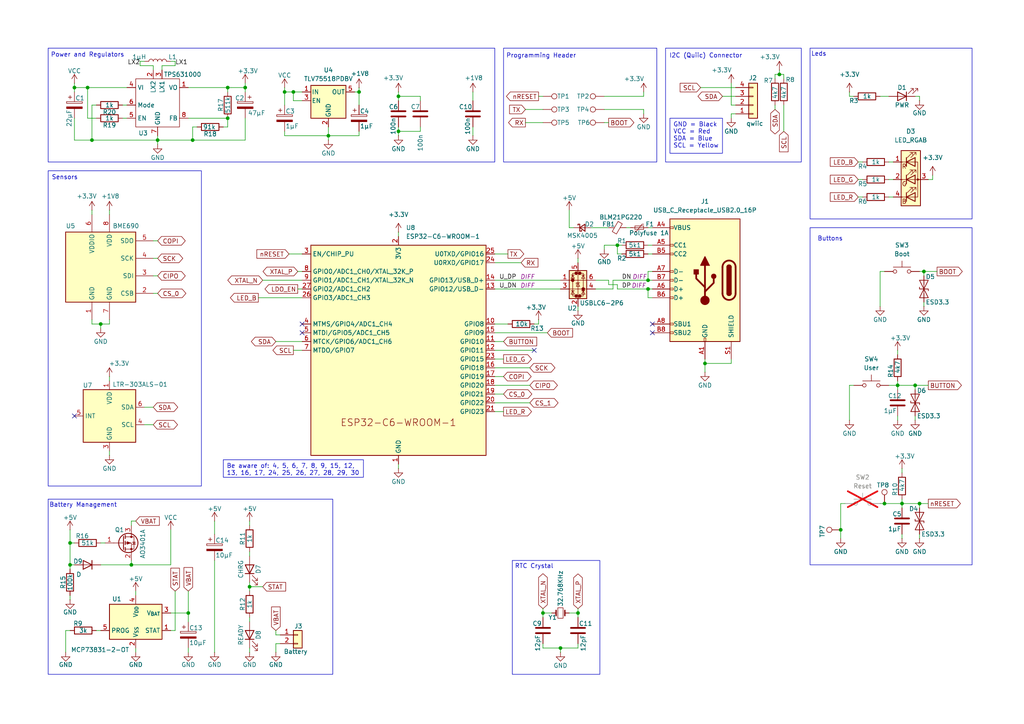
<source format=kicad_sch>
(kicad_sch (version 20250114) (generator "eeschema") (generator_version "9.0")
  (paper "A4")
  (rectangle (start 13.97 13.97) (end 143.51 46.99))
  (rectangle (start 234.95 13.97) (end 281.94 63.5))
  (rectangle (start 13.97 49.53) (end 58.42 140.97))
  (rectangle (start 193.04 13.97) (end 232.41 46.99))
  (rectangle (start 148.59 162.56) (end 173.99 195.58))
  (rectangle (start 234.95 66.04) (end 281.94 163.83))
  (rectangle (start 146.05 13.97) (end 190.5 46.99))
  (rectangle (start 13.97 144.78) (end 96.52 195.58))
  (text "Programming Header" (at 156.972 16.256 0) (effects (font (size 1.27 1.27))))
  (text "RTC Crystal" (at 154.94 164.338 0) (effects (font (size 1.27 1.27))))
  (text "Leds" (at 237.49 15.748 0) (effects (font (size 1.27 1.27))))
  (text "I2C (Quiic) Connector" (at 204.724 16.256 0) (effects (font (size 1.27 1.27))))
  (text "Battery Management" (at 24.13 146.558 0) (effects (font (size 1.27 1.27))))
  (text "Buttons" (at 240.792 69.342 0) (effects (font (size 1.27 1.27))))
  (text "Power and Regulators" (at 25.4 16.002 0) (effects (font (size 1.27 1.27))))
  (text "Sensors" (at 18.796 51.562 0) (effects (font (size 1.27 1.27))))
  (text_box "Be aware of: 4, 5, 6, 7, 8, 9, 15, 12, 13, 16, 17, 24, 25, 26, 27, 28, 29, 30" (at 64.77 133.35 0) (size 40.64 5.08) (margins 0.9525 0.9525 0.9525 0.9525) (effects (font (size 1.27 1.27)) (justify left top)))
  (text_box "GND = Black\nVCC = Red\nSDA = Blue\nSCL = Yellow" (at 194.31 34.29 0) (size 15.24 10.16) (margins 0.9525 0.9525 0.9525 0.9525) (effects (font (size 1.27 1.27)) (justify left top)))
  (junction (at 21.59 25.4))
  (junction (at 265.43 111.76))
  (junction (at 261.62 146.05))
  (junction (at 45.72 40.64))
  (junction (at 104.14 26.67))
  (junction (at 71.12 25.4))
  (junction (at 95.25 39.37))
  (junction (at 85.09 26.67))
  (junction (at 243.84 153.67))
  (junction (at 179.07 71.12))
  (junction (at 115.57 27.94))
  (junction (at 157.48 177.8))
  (junction (at 72.39 170.18))
  (junction (at 38.1 163.83))
  (junction (at 187.96 83.82))
  (junction (at 162.56 187.96))
  (junction (at 82.55 26.67))
  (junction (at 204.47 105.41))
  (junction (at 260.35 111.76))
  (junction (at 226.06 21.59))
  (junction (at 66.04 25.4))
  (junction (at 25.4 25.4))
  (junction (at 266.7 146.05))
  (junction (at 187.96 81.28))
  (junction (at 115.57 38.1))
  (junction (at 54.61 177.8))
  (junction (at 55.88 40.64))
  (junction (at 267.97 78.74))
  (junction (at 256.54 146.05))
  (junction (at 167.64 177.8))
  (junction (at 66.04 34.29))
  (junction (at 20.32 157.48))
  (junction (at 20.32 163.83))
  (junction (at 29.21 93.98))
  (junction (at 26.67 40.64))
  (no_connect (at 189.23 93.98))
  (no_connect (at 154.94 101.6))
  (no_connect (at 189.23 96.52))
  (no_connect (at 21.59 120.65))
  (no_connect (at 87.63 93.98))
  (no_connect (at 87.63 96.52))
  (wire (pts (xy 246.38 26.67) (xy 246.38 27.94)))
  (wire (pts (xy 186.69 27.94) (xy 186.69 26.67)))
  (wire (pts (xy 72.39 160.02) (xy 72.39 161.29)))
  (wire (pts (xy 266.7 146.05) (xy 266.7 147.32)))
  (wire (pts (xy 86.36 78.74) (xy 87.63 78.74)))
  (wire (pts (xy 49.53 153.67) (xy 49.53 163.83)))
  (wire (pts (xy 181.61 66.04) (xy 182.88 66.04)))
  (wire (pts (xy 20.32 172.72) (xy 20.32 173.99)))
  (wire (pts (xy 157.48 176.53) (xy 157.48 177.8)))
  (wire (pts (xy 257.81 111.76) (xy 260.35 111.76)))
  (wire (pts (xy 187.96 81.28) (xy 189.23 81.28)))
  (wire (pts (xy 104.14 25.4) (xy 104.14 26.67)))
  (wire (pts (xy 224.79 30.48) (xy 224.79 31.75)))
  (wire (pts (xy 39.37 187.96) (xy 39.37 189.23)))
  (wire (pts (xy 44.45 69.85) (xy 45.72 69.85)))
  (wire (pts (xy 227.33 22.86) (xy 227.33 21.59)))
  (wire (pts (xy 72.39 179.07) (xy 72.39 180.34)))
  (wire (pts (xy 95.25 39.37) (xy 104.14 39.37)))
  (wire (pts (xy 243.84 146.05) (xy 243.84 153.67)))
  (wire (pts (xy 35.56 30.48) (xy 36.83 30.48)))
  (wire (pts (xy 95.25 39.37) (xy 95.25 40.64)))
  (wire (pts (xy 29.21 157.48) (xy 30.48 157.48)))
  (wire (pts (xy 179.07 82.55) (xy 176.53 82.55)))
  (wire (pts (xy 167.64 186.69) (xy 167.64 187.96)))
  (wire (pts (xy 267.97 87.63) (xy 267.97 88.9)))
  (wire (pts (xy 175.26 27.94) (xy 186.69 27.94)))
  (wire (pts (xy 21.59 40.64) (xy 26.67 40.64)))
  (wire (pts (xy 179.07 83.82) (xy 179.07 82.55)))
  (wire (pts (xy 203.2 25.4) (xy 213.36 25.4)))
  (wire (pts (xy 143.51 101.6) (xy 154.94 101.6)))
  (wire (pts (xy 137.16 26.67) (xy 137.16 29.21)))
  (wire (pts (xy 49.53 177.8) (xy 54.61 177.8)))
  (wire (pts (xy 261.62 135.89) (xy 261.62 137.16)))
  (wire (pts (xy 187.96 83.82) (xy 189.23 83.82)))
  (wire (pts (xy 20.32 163.83) (xy 21.59 163.83)))
  (wire (pts (xy 266.7 27.94) (xy 266.7 29.21)))
  (wire (pts (xy 80.01 184.15) (xy 81.28 184.15)))
  (wire (pts (xy 255.27 78.74) (xy 256.54 78.74)))
  (wire (pts (xy 248.92 57.15) (xy 250.19 57.15)))
  (wire (pts (xy 265.43 27.94) (xy 266.7 27.94)))
  (wire (pts (xy 204.47 104.14) (xy 204.47 105.41)))
  (wire (pts (xy 72.39 187.96) (xy 72.39 189.23)))
  (wire (pts (xy 71.12 24.13) (xy 71.12 25.4)))
  (wire (pts (xy 180.34 73.66) (xy 179.07 73.66)))
  (wire (pts (xy 54.61 34.29) (xy 66.04 34.29)))
  (wire (pts (xy 45.72 39.37) (xy 45.72 40.64)))
  (wire (pts (xy 21.59 25.4) (xy 21.59 26.67)))
  (wire (pts (xy 261.62 144.78) (xy 261.62 146.05)))
  (wire (pts (xy 156.21 93.98) (xy 156.21 92.71)))
  (wire (pts (xy 20.32 163.83) (xy 20.32 165.1)))
  (wire (pts (xy 175.26 71.12) (xy 175.26 72.39)))
  (wire (pts (xy 246.38 111.76) (xy 246.38 121.92)))
  (wire (pts (xy 255.27 146.05) (xy 256.54 146.05)))
  (wire (pts (xy 165.1 66.04) (xy 166.37 66.04)))
  (wire (pts (xy 44.45 118.11) (xy 41.91 118.11)))
  (wire (pts (xy 156.21 27.94) (xy 157.48 27.94)))
  (wire (pts (xy 270.51 52.07) (xy 270.51 50.8)))
  (wire (pts (xy 152.4 35.56) (xy 157.48 35.56)))
  (wire (pts (xy 212.09 33.02) (xy 213.36 33.02)))
  (wire (pts (xy 265.43 120.65) (xy 265.43 121.92)))
  (wire (pts (xy 85.09 29.21) (xy 85.09 26.67)))
  (wire (pts (xy 255.27 27.94) (xy 257.81 27.94)))
  (wire (pts (xy 54.61 25.4) (xy 66.04 25.4)))
  (wire (pts (xy 146.05 109.22) (xy 143.51 109.22)))
  (wire (pts (xy 261.62 146.05) (xy 266.7 146.05)))
  (wire (pts (xy 257.81 52.07) (xy 259.08 52.07)))
  (wire (pts (xy 71.12 25.4) (xy 71.12 26.67)))
  (wire (pts (xy 165.1 60.96) (xy 165.1 66.04)))
  (wire (pts (xy 261.62 154.94) (xy 261.62 156.21)))
  (wire (pts (xy 209.55 27.94) (xy 213.36 27.94)))
  (wire (pts (xy 44.45 123.19) (xy 41.91 123.19)))
  (wire (pts (xy 243.84 146.05) (xy 245.11 146.05)))
  (wire (pts (xy 39.37 171.45) (xy 39.37 172.72)))
  (wire (pts (xy 115.57 27.94) (xy 115.57 29.21)))
  (wire (pts (xy 224.79 21.59) (xy 224.79 22.86)))
  (wire (pts (xy 83.82 73.66) (xy 87.63 73.66)))
  (wire (pts (xy 21.59 25.4) (xy 21.59 24.13)))
  (wire (pts (xy 115.57 36.83) (xy 115.57 38.1)))
  (wire (pts (xy 151.13 76.2) (xy 143.51 76.2)))
  (wire (pts (xy 212.09 34.29) (xy 212.09 33.02)))
  (wire (pts (xy 260.35 111.76) (xy 260.35 113.03)))
  (wire (pts (xy 269.24 52.07) (xy 270.51 52.07)))
  (wire (pts (xy 204.47 105.41) (xy 204.47 107.95)))
  (wire (pts (xy 44.45 85.09) (xy 45.72 85.09)))
  (wire (pts (xy 27.94 182.88) (xy 29.21 182.88)))
  (wire (pts (xy 247.65 27.94) (xy 246.38 27.94)))
  (wire (pts (xy 25.4 25.4) (xy 36.83 25.4)))
  (wire (pts (xy 257.81 57.15) (xy 259.08 57.15)))
  (wire (pts (xy 26.67 40.64) (xy 45.72 40.64)))
  (wire (pts (xy 165.1 177.8) (xy 167.64 177.8)))
  (wire (pts (xy 255.27 78.74) (xy 255.27 88.9)))
  (wire (pts (xy 157.48 186.69) (xy 157.48 187.96)))
  (wire (pts (xy 187.96 83.82) (xy 179.07 83.82)))
  (wire (pts (xy 152.4 31.75) (xy 157.48 31.75)))
  (wire (pts (xy 50.8 182.88) (xy 49.53 182.88)))
  (wire (pts (xy 31.75 109.22) (xy 31.75 110.49)))
  (wire (pts (xy 95.25 36.83) (xy 95.25 39.37)))
  (wire (pts (xy 266.7 154.94) (xy 266.7 156.21)))
  (wire (pts (xy 66.04 25.4) (xy 66.04 26.67)))
  (wire (pts (xy 267.97 78.74) (xy 267.97 80.01)))
  (wire (pts (xy 19.05 182.88) (xy 19.05 189.23)))
  (wire (pts (xy 167.64 88.9) (xy 167.64 90.17)))
  (wire (pts (xy 82.55 26.67) (xy 82.55 30.48)))
  (wire (pts (xy 44.45 19.05) (xy 40.64 19.05)))
  (wire (pts (xy 76.2 81.28) (xy 87.63 81.28)))
  (wire (pts (xy 121.92 27.94) (xy 121.92 29.21)))
  (wire (pts (xy 44.45 80.01) (xy 45.72 80.01)))
  (wire (pts (xy 82.55 39.37) (xy 95.25 39.37)))
  (wire (pts (xy 44.45 74.93) (xy 45.72 74.93)))
  (wire (pts (xy 20.32 182.88) (xy 19.05 182.88)))
  (wire (pts (xy 26.67 93.98) (xy 29.21 93.98)))
  (wire (pts (xy 102.87 26.67) (xy 104.14 26.67)))
  (wire (pts (xy 57.15 36.83) (xy 55.88 36.83)))
  (wire (pts (xy 104.14 39.37) (xy 104.14 38.1)))
  (wire (pts (xy 71.12 34.29) (xy 71.12 40.64)))
  (wire (pts (xy 35.56 34.29) (xy 36.83 34.29)))
  (wire (pts (xy 147.32 93.98) (xy 143.51 93.98)))
  (wire (pts (xy 143.51 83.82) (xy 162.56 83.82)))
  (wire (pts (xy 167.64 177.8) (xy 167.64 179.07)))
  (wire (pts (xy 167.64 176.53) (xy 167.64 177.8)))
  (wire (pts (xy 21.59 34.29) (xy 21.59 40.64)))
  (wire (pts (xy 172.72 83.82) (xy 177.8 83.82)))
  (wire (pts (xy 187.96 71.12) (xy 189.23 71.12)))
  (wire (pts (xy 72.39 170.18) (xy 72.39 171.45)))
  (wire (pts (xy 171.45 66.04) (xy 176.53 66.04)))
  (wire (pts (xy 266.7 78.74) (xy 267.97 78.74)))
  (wire (pts (xy 50.8 171.45) (xy 50.8 182.88)))
  (wire (pts (xy 157.48 177.8) (xy 157.48 179.07)))
  (wire (pts (xy 115.57 26.67) (xy 115.57 27.94)))
  (wire (pts (xy 50.8 19.05) (xy 50.8 17.78)))
  (wire (pts (xy 212.09 105.41) (xy 204.47 105.41)))
  (wire (pts (xy 257.81 46.99) (xy 259.08 46.99)))
  (wire (pts (xy 260.35 111.76) (xy 265.43 111.76)))
  (wire (pts (xy 39.37 151.13) (xy 38.1 151.13)))
  (wire (pts (xy 31.75 60.96) (xy 31.75 62.23)))
  (wire (pts (xy 179.07 73.66) (xy 179.07 71.12)))
  (wire (pts (xy 72.39 151.13) (xy 72.39 152.4)))
  (wire (pts (xy 20.32 153.67) (xy 20.32 157.48)))
  (wire (pts (xy 25.4 25.4) (xy 25.4 34.29)))
  (wire (pts (xy 189.23 86.36) (xy 187.96 86.36)))
  (wire (pts (xy 25.4 25.4) (xy 21.59 25.4)))
  (wire (pts (xy 265.43 111.76) (xy 269.24 111.76)))
  (wire (pts (xy 121.92 36.83) (xy 121.92 38.1)))
  (wire (pts (xy 27.94 30.48) (xy 26.67 30.48)))
  (wire (pts (xy 260.35 110.49) (xy 260.35 111.76)))
  (wire (pts (xy 167.64 74.93) (xy 167.64 76.2)))
  (wire (pts (xy 143.51 104.14) (xy 146.05 104.14)))
  (wire (pts (xy 175.26 35.56) (xy 176.53 35.56)))
  (wire (pts (xy 189.23 78.74) (xy 187.96 78.74)))
  (wire (pts (xy 20.32 157.48) (xy 20.32 163.83)))
  (wire (pts (xy 46.99 19.05) (xy 50.8 19.05)))
  (wire (pts (xy 153.67 106.68) (xy 143.51 106.68)))
  (wire (pts (xy 266.7 146.05) (xy 269.24 146.05)))
  (wire (pts (xy 154.94 93.98) (xy 156.21 93.98)))
  (wire (pts (xy 248.92 46.99) (xy 250.19 46.99)))
  (wire (pts (xy 74.93 86.36) (xy 87.63 86.36)))
  (wire (pts (xy 186.69 31.75) (xy 186.69 33.02)))
  (wire (pts (xy 38.1 151.13) (xy 38.1 152.4)))
  (wire (pts (xy 29.21 163.83) (xy 38.1 163.83)))
  (wire (pts (xy 81.28 186.69) (xy 80.01 186.69)))
  (wire (pts (xy 66.04 36.83) (xy 66.04 34.29)))
  (wire (pts (xy 26.67 60.96) (xy 26.67 62.23)))
  (wire (pts (xy 260.35 101.6) (xy 260.35 102.87)))
  (wire (pts (xy 80.01 99.06) (xy 87.63 99.06)))
  (wire (pts (xy 187.96 83.82) (xy 187.96 86.36)))
  (wire (pts (xy 179.07 71.12) (xy 175.26 71.12)))
  (wire (pts (xy 115.57 27.94) (xy 121.92 27.94)))
  (wire (pts (xy 40.64 17.78) (xy 41.91 17.78)))
  (wire (pts (xy 80.01 182.88) (xy 80.01 184.15)))
  (wire (pts (xy 55.88 40.64) (xy 45.72 40.64)))
  (wire (pts (xy 176.53 82.55) (xy 176.53 81.28)))
  (wire (pts (xy 86.36 83.82) (xy 87.63 83.82)))
  (wire (pts (xy 26.67 92.71) (xy 26.67 93.98)))
  (wire (pts (xy 40.64 19.05) (xy 40.64 17.78)))
  (wire (pts (xy 82.55 38.1) (xy 82.55 39.37)))
  (wire (pts (xy 31.75 92.71) (xy 31.75 93.98)))
  (wire (pts (xy 187.96 81.28) (xy 177.8 81.28)))
  (wire (pts (xy 162.56 187.96) (xy 162.56 189.23)))
  (wire (pts (xy 38.1 163.83) (xy 49.53 163.83)))
  (wire (pts (xy 212.09 30.48) (xy 212.09 24.13)))
  (wire (pts (xy 71.12 40.64) (xy 55.88 40.64)))
  (wire (pts (xy 104.14 26.67) (xy 104.14 30.48)))
  (wire (pts (xy 158.75 96.52) (xy 143.51 96.52)))
  (wire (pts (xy 27.94 34.29) (xy 25.4 34.29)))
  (wire (pts (xy 267.97 78.74) (xy 271.78 78.74)))
  (wire (pts (xy 115.57 134.62) (xy 115.57 135.89)))
  (wire (pts (xy 54.61 171.45) (xy 54.61 177.8)))
  (wire (pts (xy 66.04 25.4) (xy 71.12 25.4)))
  (wire (pts (xy 64.77 36.83) (xy 66.04 36.83)))
  (wire (pts (xy 115.57 38.1) (xy 115.57 39.37)))
  (wire (pts (xy 55.88 36.83) (xy 55.88 40.64)))
  (wire (pts (xy 153.67 116.84) (xy 143.51 116.84)))
  (wire (pts (xy 44.45 20.32) (xy 44.45 19.05)))
  (wire (pts (xy 29.21 93.98) (xy 31.75 93.98)))
  (wire (pts (xy 146.05 114.3) (xy 143.51 114.3)))
  (wire (pts (xy 153.67 111.76) (xy 143.51 111.76)))
  (wire (pts (xy 26.67 30.48) (xy 26.67 40.64)))
  (wire (pts (xy 226.06 21.59) (xy 224.79 21.59)))
  (wire (pts (xy 162.56 187.96) (xy 167.64 187.96)))
  (wire (pts (xy 20.32 157.48) (xy 21.59 157.48)))
  (wire (pts (xy 115.57 38.1) (xy 121.92 38.1)))
  (wire (pts (xy 38.1 162.56) (xy 38.1 163.83)))
  (wire (pts (xy 143.51 99.06) (xy 146.05 99.06)))
  (wire (pts (xy 265.43 111.76) (xy 265.43 113.03)))
  (wire (pts (xy 137.16 36.83) (xy 137.16 39.37)))
  (wire (pts (xy 54.61 177.8) (xy 54.61 180.34)))
  (wire (pts (xy 260.35 120.65) (xy 260.35 121.92)))
  (wire (pts (xy 143.51 81.28) (xy 162.56 81.28)))
  (wire (pts (xy 261.62 146.05) (xy 261.62 147.32)))
  (wire (pts (xy 172.72 81.28) (xy 176.53 81.28)))
  (wire (pts (xy 157.48 177.8) (xy 160.02 177.8)))
  (wire (pts (xy 85.09 26.67) (xy 87.63 26.67)))
  (wire (pts (xy 85.09 101.6) (xy 87.63 101.6)))
  (wire (pts (xy 62.23 162.56) (xy 62.23 189.23)))
  (wire (pts (xy 82.55 26.67) (xy 85.09 26.67)))
  (wire (pts (xy 226.06 20.32) (xy 226.06 21.59)))
  (wire (pts (xy 54.61 187.96) (xy 54.61 189.23)))
  (wire (pts (xy 82.55 25.4) (xy 82.55 26.67)))
  (wire (pts (xy 85.09 29.21) (xy 87.63 29.21)))
  (wire (pts (xy 248.92 52.07) (xy 250.19 52.07)))
  (wire (pts (xy 115.57 67.31) (xy 115.57 68.58)))
  (wire (pts (xy 227.33 30.48) (xy 227.33 38.1)))
  (wire (pts (xy 72.39 168.91) (xy 72.39 170.18)))
  (wire (pts (xy 29.21 93.98) (xy 29.21 95.25)))
  (wire (pts (xy 46.99 20.32) (xy 46.99 19.05)))
  (wire (pts (xy 49.53 17.78) (xy 50.8 17.78)))
  (wire (pts (xy 187.96 73.66) (xy 189.23 73.66)))
  (wire (pts (xy 187.96 66.04) (xy 189.23 66.04)))
  (wire (pts (xy 45.72 40.64) (xy 45.72 41.91)))
  (wire (pts (xy 227.33 21.59) (xy 226.06 21.59)))
  (wire (pts (xy 31.75 130.81) (xy 31.75 132.08)))
  (wire (pts (xy 147.32 73.66) (xy 143.51 73.66)))
  (wire (pts (xy 175.26 31.75) (xy 186.69 31.75)))
  (wire (pts (xy 62.23 151.13) (xy 62.23 154.94)))
  (wire (pts (xy 187.96 78.74) (xy 187.96 81.28)))
  (wire (pts (xy 177.8 81.28) (xy 177.8 83.82)))
  (wire (pts (xy 80.01 186.69) (xy 80.01 189.23)))
  (wire (pts (xy 256.54 146.05) (xy 261.62 146.05)))
  (wire (pts (xy 146.05 119.38) (xy 143.51 119.38)))
  (wire (pts (xy 179.07 71.12) (xy 180.34 71.12)))
  (wire (pts (xy 72.39 170.18) (xy 76.2 170.18)))
  (wire (pts (xy 157.48 187.96) (xy 162.56 187.96)))
  (wire (pts (xy 246.38 111.76) (xy 247.65 111.76)))
  (wire (pts (xy 213.36 30.48) (xy 212.09 30.48)))
  (wire (pts (xy 212.09 104.14) (xy 212.09 105.41)))
  (wire (pts (xy 243.84 153.67) (xy 243.84 156.21)))
  (label "LX1" (at 50.8 19.05 0))
  (label "U_DP" (at 144.78 81.28 0) (property "Netclass" "DIFF" (at 150.876 80.264 0) (effects (font (italic yes)) (justify left))))
  (label "DP" (at 180.34 83.82 0) (property "Netclass" "DIFF" (at 183.134 82.804 0) (effects (font (italic yes)) (justify left))))
  (label "DN" (at 180.34 81.28 0) (property "Netclass" "DIFF" (at 183.388 80.264 0) (effects (font (italic yes)) (justify left))))
  (label "LX2" (at 40.64 19.05 180))
  (label "U_DN" (at 144.78 83.82 0) (property "Netclass" "DIFF" (at 150.876 82.804 0) (effects (font (italic yes)) (justify left))))
  (global_label "LED_B" (shape input) (at 248.92 46.99 180) (property "Intersheetrefs" "${INTERSHEET_REFS}" (effects (hide yes))))
  (global_label "BOOT" (shape output) (at 176.53 35.56 0) (property "Intersheetrefs" "${INTERSHEET_REFS}" (effects (hide yes))))
  (global_label "SDA" (shape bidirectional) (at 80.01 99.06 180) (property "Intersheetrefs" "${INTERSHEET_REFS}" (effects (hide yes))))
  (global_label "LED_R" (shape input) (at 248.92 57.15 180) (property "Intersheetrefs" "${INTERSHEET_REFS}" (effects (hide yes))))
  (global_label "nRESET" (shape output) (at 156.21 27.94 180) (property "Intersheetrefs" "${INTERSHEET_REFS}" (effects (hide yes))))
  (global_label "TX" (shape input) (at 152.4 31.75 180) (property "Intersheetrefs" "${INTERSHEET_REFS}" (effects (hide yes))))
  (global_label "COPI" (shape bidirectional) (at 146.05 109.22 0) (property "Intersheetrefs" "${INTERSHEET_REFS}" (effects (hide yes))))
  (global_label "nRESET" (shape output) (at 269.24 146.05 0) (property "Intersheetrefs" "${INTERSHEET_REFS}" (effects (hide yes))))
  (global_label "LDO_EN" (shape output) (at 86.36 83.82 180) (property "Intersheetrefs" "${INTERSHEET_REFS}" (effects (hide yes))))
  (global_label "LED_R" (shape output) (at 146.05 119.38 0) (property "Intersheetrefs" "${INTERSHEET_REFS}" (effects (hide yes))))
  (global_label "CS_0" (shape bidirectional) (at 146.05 114.3 0) (property "Intersheetrefs" "${INTERSHEET_REFS}" (effects (hide yes))))
  (global_label "RX" (shape input) (at 151.13 76.2 0) (property "Intersheetrefs" "${INTERSHEET_REFS}" (effects (hide yes))))
  (global_label "XTAL_P" (shape bidirectional) (at 167.64 176.53 90) (property "Intersheetrefs" "${INTERSHEET_REFS}" (effects (hide yes))))
  (global_label "VBAT" (shape input) (at 39.37 151.13 0) (property "Intersheetrefs" "${INTERSHEET_REFS}" (effects (hide yes))))
  (global_label "BOOT" (shape input) (at 158.75 96.52 0) (property "Intersheetrefs" "${INTERSHEET_REFS}" (effects (hide yes))))
  (global_label "CIPO" (shape bidirectional) (at 153.67 111.76 0) (property "Intersheetrefs" "${INTERSHEET_REFS}" (effects (hide yes))))
  (global_label "BUTTON" (shape input) (at 146.05 99.06 0) (property "Intersheetrefs" "${INTERSHEET_REFS}" (effects (hide yes))))
  (global_label "BOOT" (shape output) (at 271.78 78.74 0) (property "Intersheetrefs" "${INTERSHEET_REFS}" (effects (hide yes))))
  (global_label "SCL" (shape input) (at 203.2 25.4 180) (property "Intersheetrefs" "${INTERSHEET_REFS}" (effects (hide yes))))
  (global_label "XTAL_P" (shape bidirectional) (at 86.36 78.74 180) (property "Intersheetrefs" "${INTERSHEET_REFS}" (effects (hide yes))))
  (global_label "VBAT" (shape input) (at 54.61 171.45 90) (property "Intersheetrefs" "${INTERSHEET_REFS}" (effects (hide yes))))
  (global_label "XTAL_N" (shape bidirectional) (at 157.48 176.53 90) (property "Intersheetrefs" "${INTERSHEET_REFS}" (effects (hide yes))))
  (global_label "SDA" (shape bidirectional) (at 209.55 27.94 180) (property "Intersheetrefs" "${INTERSHEET_REFS}" (effects (hide yes))))
  (global_label "LED_B" (shape output) (at 74.93 86.36 180) (property "Intersheetrefs" "${INTERSHEET_REFS}" (effects (hide yes))))
  (global_label "CS_1" (shape bidirectional) (at 153.67 116.84 0) (property "Intersheetrefs" "${INTERSHEET_REFS}" (effects (hide yes))))
  (global_label "LED_G" (shape output) (at 146.05 104.14 0) (property "Intersheetrefs" "${INTERSHEET_REFS}" (effects (hide yes))))
  (global_label "STAT" (shape input) (at 76.2 170.18 0) (property "Intersheetrefs" "${INTERSHEET_REFS}" (effects (hide yes))))
  (global_label "SCK" (shape bidirectional) (at 45.72 74.93 0) (property "Intersheetrefs" "${INTERSHEET_REFS}" (effects (hide yes))))
  (global_label "RX" (shape output) (at 152.4 35.56 180) (property "Intersheetrefs" "${INTERSHEET_REFS}" (effects (hide yes))))
  (global_label "CIPO" (shape bidirectional) (at 45.72 80.01 0) (property "Intersheetrefs" "${INTERSHEET_REFS}" (effects (hide yes))))
  (global_label "SDA" (shape bidirectional) (at 224.79 31.75 270) (property "Intersheetrefs" "${INTERSHEET_REFS}" (effects (hide yes))))
  (global_label "SCL" (shape bidirectional) (at 44.45 123.19 0) (property "Intersheetrefs" "${INTERSHEET_REFS}" (effects (hide yes))))
  (global_label "SDA" (shape bidirectional) (at 44.45 118.11 0) (property "Intersheetrefs" "${INTERSHEET_REFS}" (effects (hide yes))))
  (global_label "VBAT" (shape input) (at 80.01 182.88 90) (property "Intersheetrefs" "${INTERSHEET_REFS}" (effects (hide yes))))
  (global_label "STAT" (shape input) (at 50.8 171.45 90) (property "Intersheetrefs" "${INTERSHEET_REFS}" (effects (hide yes))))
  (global_label "SCK" (shape bidirectional) (at 153.67 106.68 0) (property "Intersheetrefs" "${INTERSHEET_REFS}" (effects (hide yes))))
  (global_label "BUTTON" (shape output) (at 269.24 111.76 0) (property "Intersheetrefs" "${INTERSHEET_REFS}" (effects (hide yes))))
  (global_label "CS_0" (shape bidirectional) (at 45.72 85.09 0) (property "Intersheetrefs" "${INTERSHEET_REFS}" (effects (hide yes))))
  (global_label "nRESET" (shape input) (at 83.82 73.66 180) (property "Intersheetrefs" "${INTERSHEET_REFS}" (effects (hide yes))))
  (global_label "LED_G" (shape input) (at 248.92 52.07 180) (property "Intersheetrefs" "${INTERSHEET_REFS}" (effects (hide yes))))
  (global_label "XTAL_N" (shape bidirectional) (at 76.2 81.28 180) (property "Intersheetrefs" "${INTERSHEET_REFS}" (effects (hide yes))))
  (global_label "SCL" (shape output) (at 85.09 101.6 180) (property "Intersheetrefs" "${INTERSHEET_REFS}" (effects (hide yes))))
  (global_label "TX" (shape output) (at 147.32 73.66 0) (property "Intersheetrefs" "${INTERSHEET_REFS}" (effects (hide yes))))
  (global_label "COPI" (shape bidirectional) (at 45.72 69.85 0) (property "Intersheetrefs" "${INTERSHEET_REFS}" (effects (hide yes))))
  (global_label "SCL" (shape input) (at 227.33 38.1 270) (property "Intersheetrefs" "${INTERSHEET_REFS}" (effects (hide yes))))
  (symbol (lib_id "power:+3.3V") (at 26.67 60.96 0) (unit 1)
    (property "Reference" "#PWR016" (effects (hide yes)))
    (property "Value" "+3.3V" (at 25.146 56.896 0))
    (property "Description" "Power symbol creates a global label with name \"+3.3V\"" (effects (hide yes)))
  )
  (symbol (lib_id "Device:C") (at 260.35 116.84 0) (unit 1)
    (property "Reference" "C12" (at 257.556 114.808 0) (effects (justify left)))
    (property "Value" "1µF" (at 256.286 119.126 0) (effects (justify left)))
    (property "Footprint" "Capacitor_SMD:C_0402_1005Metric" (effects (hide yes)))
    (property "Description" "Unpolarized capacitor" (effects (hide yes)))
  )
  (symbol (lib_id "Device:R") (at 184.15 71.12 90) (unit 1)
    (property "Reference" "R1" (at 180.34 69.85 90))
    (property "Value" "5k1" (at 184.15 71.12 90))
    (property "Footprint" "Resistor_SMD:R_0402_1005Metric" (effects (hide yes)))
    (property "Description" "Resistor" (effects (hide yes)))
  )
  (symbol (lib_id "power:GND") (at 212.09 34.29 0) (unit 1)
    (property "Reference" "#PWR03" (effects (hide yes)))
    (property "Value" "GND" (at 212.09 38.1 0))
    (property "Description" "Power symbol creates a global label with name \"GND\" , ground" (effects (hide yes)))
  )
  (symbol (lib_id "power:GND") (at 115.57 135.89 0) (unit 1)
    (property "Reference" "#PWR06" (effects (hide yes)))
    (property "Value" "GND" (at 115.57 139.7 0))
    (property "Description" "Power symbol creates a global label with name \"GND\" , ground" (effects (hide yes)))
  )
  (symbol (lib_id "Connector_Generic:Conn_01x02") (at 86.36 184.15 0) (unit 1)
    (property "Reference" "J3" (at 85.344 181.61 0) (effects (justify left)))
    (property "Value" "Battery" (at 82.296 188.976 0) (effects (justify left)))
    (property "Footprint" "Connector_JST:JST_PH_S2B-PH-K_1x02_P2.00mm_Horizontal" (effects (hide yes)))
    (property "Description" "Generic connector, single row, 01x02, script generated (kicad-library-utils/schlib/autogen/connector/)" (effects (hide yes)))
  )
  (symbol (lib_id "power:GND") (at 20.32 173.99 0) (unit 1)
    (property "Reference" "#PWR057" (effects (hide yes)))
    (property "Value" "GND" (at 20.32 177.546 0))
    (property "Description" "Power symbol creates a global label with name \"GND\" , ground" (effects (hide yes)))
  )
  (symbol (lib_id "Device:LED") (at 72.39 165.1 90) (unit 1)
    (property "Reference" "D7" (at 74.93 165.1 0))
    (property "Value" "CHRG" (at 69.85 165.1 0))
    (property "Footprint" "LED_SMD:LED_0402_1005Metric" (effects (hide yes)))
    (property "Description" "Light emitting diode" (effects (hide yes)))
    (property "Sim.Pins" "1=K 2=A" (effects (hide yes)))
  )
  (symbol (lib_id "Device:R") (at 227.33 26.67 0) (unit 1)
    (property "Reference" "R8" (at 227.838 23.114 0) (effects (justify left)))
    (property "Value" "4k7" (at 227.33 28.702 90) (effects (justify left)))
    (property "Footprint" "Resistor_SMD:R_0402_1005Metric" (effects (hide yes)))
    (property "Description" "Resistor" (effects (hide yes)))
  )
  (symbol (lib_id "Device:R") (at 72.39 156.21 0) (unit 1)
    (property "Reference" "R11" (at 70.358 156.21 90))
    (property "Value" "1k" (at 72.39 156.21 90))
    (property "Footprint" "Resistor_SMD:R_0402_1005Metric" (effects (hide yes)))
    (property "Description" "Resistor" (effects (hide yes)))
  )
  (symbol (lib_id "Device:Crystal_Small") (at 162.56 177.8 0) (unit 1)
    (property "Reference" "Y1" (at 160.274 179.07 0))
    (property "Value" "32.768KHz" (at 162.56 170.688 90))
    (property "Footprint" "Crystal:Crystal_SMD_3215-2Pin_3.2x1.5mm" (effects (hide yes)))
    (property "Description" "Two pin crystal, small symbol" (effects (hide yes)))
  )
  (symbol (lib_id "Device:R") (at 31.75 30.48 90) (unit 1)
    (property "Reference" "R20" (at 31.75 32.512 90))
    (property "Value" "1k" (at 31.75 30.48 90))
    (property "Footprint" "Resistor_SMD:R_0402_1005Metric" (effects (hide yes)))
    (property "Description" "Resistor" (effects (hide yes)))
  )
  (symbol (lib_id "Device:C_Polarized") (at 54.61 184.15 0) (unit 1)
    (property "Reference" "C13" (at 54.864 182.118 0) (effects (justify left)))
    (property "Value" "10µF" (at 54.864 186.436 0) (effects (justify left)))
    (property "Footprint" "Capacitor_SMD:C_0603_1608Metric" (effects (hide yes)))
    (property "Description" "Polarized capacitor" (effects (hide yes)))
  )
  (symbol (lib_id "Device:C") (at 121.92 33.02 0) (unit 1)
    (property "Reference" "C7" (at 119.126 30.988 0) (effects (justify left)))
    (property "Value" "100n" (at 121.92 43.942 90) (effects (justify left)))
    (property "Footprint" "Capacitor_SMD:C_0402_1005Metric" (effects (hide yes)))
    (property "Description" "Unpolarized capacitor" (effects (hide yes)))
  )
  (symbol (lib_id "Regulator_Linear:TLV75512PDBV") (at 95.25 29.21 0) (unit 1)
    (property "Reference" "U4" (at 95.25 20.32 0))
    (property "Value" "TLV75518PDBV" (at 95.25 22.86 0))
    (property "Footprint" "Package_TO_SOT_SMD:SOT-23-5" (effects (hide yes)))
    (property "Datasheet" "http://www.ti.com/lit/ds/symlink/tlv755p.pdf" (effects (hide yes)))
    (property "Description" "500mA Low IQ Small Size Low Dropout Voltage Regulator, Fixed Output 1.2V, SOT-23-5" (effects (hide yes)))
  )
  (symbol (lib_id "power:GND") (at 45.72 41.91 0) (unit 1)
    (property "Reference" "#PWR08" (effects (hide yes)))
    (property "Value" "GND" (at 45.72 45.72 0))
    (property "Description" "Power symbol creates a global label with name \"GND\" , ground" (effects (hide yes)))
  )
  (symbol (lib_id "Sensor:BME280") (at 29.21 77.47 0) (unit 1)
    (property "Reference" "U5" (at 21.844 65.532 0) (effects (justify right)))
    (property "Value" "BME690" (at 40.386 65.532 0) (effects (justify right)))
    (property "Footprint" "Package_LGA:Bosch_LGA-8_2.5x2.5mm_P0.65mm_ClockwisePinNumbering" (effects (hide yes)))
    (property "Datasheet" "https://www.bosch-sensortec.com/media/boschsensortec/downloads/datasheets/bst-bme280-ds002.pdf" (effects (hide yes)))
    (property "Description" "3-in-1 sensor, humidity, pressure, temperature, I2C and SPI interface, 1.71-3.6V, LGA-8" (effects (hide yes)))
  )
  (symbol (lib_id "Device:C") (at 115.57 33.02 0) (unit 1)
    (property "Reference" "C6" (at 112.776 30.988 0) (effects (justify left)))
    (property "Value" "100n" (at 114.046 39.116 90) (effects (justify left)))
    (property "Footprint" "Capacitor_SMD:C_0402_1005Metric" (effects (hide yes)))
    (property "Description" "Unpolarized capacitor" (effects (hide yes)))
  )
  (symbol (lib_id "Device:C_Polarized") (at 71.12 30.48 0) (mirror y) (unit 1)
    (property "Reference" "C2" (at 70.866 28.448 0) (effects (justify left)))
    (property "Value" "47µF" (at 76.962 32.766 0) (effects (justify left)))
    (property "Footprint" "Capacitor_SMD:C_0603_1608Metric" (effects (hide yes)))
    (property "Description" "Polarized capacitor" (effects (hide yes)))
  )
  (symbol (lib_id "power:GND") (at 261.62 156.21 0) (unit 1)
    (property "Reference" "#PWR031" (effects (hide yes)))
    (property "Value" "GND" (at 261.62 160.02 0))
    (property "Description" "Power symbol creates a global label with name \"GND\" , ground" (effects (hide yes)))
  )
  (symbol (lib_id "power:GND") (at 267.97 88.9 0) (unit 1)
    (property "Reference" "#PWR042" (effects (hide yes)))
    (property "Value" "GND" (at 267.97 92.71 0))
    (property "Description" "Power symbol creates a global label with name \"GND\" , ground" (effects (hide yes)))
  )
  (symbol (lib_id "Device:D") (at 25.4 163.83 180) (unit 1)
    (property "Reference" "D9" (at 22.606 162.814 0))
    (property "Value" "D" (at 22.86 166.624 0))
    (property "Footprint" "Diode_SMD:D_SOD-523" (effects (hide yes)))
    (property "Description" "Diode" (effects (hide yes)))
    (property "Sim.Device" "D" (effects (hide yes)))
    (property "Sim.Pins" "1=K 2=A" (effects (hide yes)))
  )
  (symbol (lib_id "power:GND") (at 31.75 132.08 0) (mirror y) (unit 1)
    (property "Reference" "#PWR026" (effects (hide yes)))
    (property "Value" "GND" (at 31.75 135.89 0))
    (property "Description" "Power symbol creates a global label with name \"GND\" , ground" (effects (hide yes)))
  )
  (symbol (lib_id "power:GND") (at 266.7 29.21 0) (unit 1)
    (property "Reference" "#PWR011" (effects (hide yes)))
    (property "Value" "GND" (at 266.7 32.766 0))
    (property "Description" "Power symbol creates a global label with name \"GND\" , ground" (effects (hide yes)))
  )
  (symbol (lib_id "Device:R") (at 224.79 26.67 0) (unit 1)
    (property "Reference" "R7" (at 221.488 23.368 0) (effects (justify left)))
    (property "Value" "4k7" (at 224.79 28.702 90) (effects (justify left)))
    (property "Footprint" "Resistor_SMD:R_0402_1005Metric" (effects (hide yes)))
    (property "Description" "Resistor" (effects (hide yes)))
  )
  (symbol (lib_id "Device:R") (at 184.15 73.66 90) (unit 1)
    (property "Reference" "R2" (at 180.34 74.93 90))
    (property "Value" "5k1" (at 184.15 73.66 90))
    (property "Footprint" "Resistor_SMD:R_0402_1005Metric" (effects (hide yes)))
    (property "Description" "Resistor" (effects (hide yes)))
  )
  (symbol (lib_id "Device:R") (at 60.96 36.83 90) (unit 1)
    (property "Reference" "R18" (at 60.96 38.862 90))
    (property "Value" "91k" (at 60.706 36.83 90))
    (property "Footprint" "Resistor_SMD:R_0402_1005Metric" (effects (hide yes)))
    (property "Description" "Resistor" (effects (hide yes)))
  )
  (symbol (lib_id "power:+3.3V") (at 270.51 50.8 0) (unit 1)
    (property "Reference" "#PWR015" (effects (hide yes)))
    (property "Value" "+3.3V" (at 270.51 45.72 0))
    (property "Description" "Power symbol creates a global label with name \"+3.3V\"" (effects (hide yes)))
  )
  (symbol (lib_id "Device:C_Polarized") (at 82.55 34.29 0) (unit 1)
    (property "Reference" "C3" (at 82.804 32.258 0) (effects (justify left)))
    (property "Value" "1µF" (at 82.804 36.576 0) (effects (justify left)))
    (property "Footprint" "Capacitor_SMD:C_0603_1608Metric" (effects (hide yes)))
    (property "Description" "Polarized capacitor" (effects (hide yes)))
  )
  (symbol (lib_id "Device:R") (at 72.39 175.26 0) (unit 1)
    (property "Reference" "R12" (at 70.358 175.26 90))
    (property "Value" "1k" (at 72.39 175.26 90))
    (property "Footprint" "Resistor_SMD:R_0402_1005Metric" (effects (hide yes)))
    (property "Description" "Resistor" (effects (hide yes)))
  )
  (symbol (lib_id "Transistor_FET:AO3401A") (at 35.56 157.48 0) (unit 1)
    (property "Reference" "Q1" (at 33.274 153.67 0) (effects (justify left)))
    (property "Value" "AO3401A" (at 41.402 162.052 90) (effects (justify left)))
    (property "Footprint" "Package_TO_SOT_SMD:SOT-23" (effects (hide yes)))
    (property "Datasheet" "http://www.aosmd.com/pdfs/datasheet/AO3401A.pdf" (effects (hide yes)))
    (property "Description" "-4.0A Id, -30V Vds, P-Channel MOSFET, SOT-23" (effects (hide yes)))
  )
  (symbol (lib_id "Device:R") (at 254 46.99 90) (unit 1)
    (property "Reference" "R4" (at 250.19 48.26 90))
    (property "Value" "1k" (at 254 46.99 90))
    (property "Footprint" "Resistor_SMD:R_0402_1005Metric" (effects (hide yes)))
    (property "Description" "Resistor" (effects (hide yes)))
  )
  (symbol (lib_id "Device:R") (at 254 57.15 90) (unit 1)
    (property "Reference" "R6" (at 250.19 58.42 90))
    (property "Value" "1k" (at 254 57.15 90))
    (property "Footprint" "Resistor_SMD:R_0402_1005Metric" (effects (hide yes)))
    (property "Description" "Resistor" (effects (hide yes)))
  )
  (symbol (lib_id "power:GND") (at 255.27 88.9 0) (unit 1)
    (property "Reference" "#PWR039" (effects (hide yes)))
    (property "Value" "GND" (at 255.27 92.71 0))
    (property "Description" "Power symbol creates a global label with name \"GND\" , ground" (effects (hide yes)))
  )
  (symbol (lib_id "Device:R") (at 66.04 30.48 0) (unit 1)
    (property "Reference" "R17" (at 64.008 30.48 90))
    (property "Value" "511k" (at 66.04 30.48 90))
    (property "Footprint" "Resistor_SMD:R_0402_1005Metric" (effects (hide yes)))
    (property "Description" "Resistor" (effects (hide yes)))
  )
  (symbol (lib_id "TPS631000:TPS631000") (at 45.72 29.21 0) (unit 1)
    (property "Reference" "U3" (at 40.132 38.608 0) (effects (justify left)))
    (property "Value" "TPS631000" (at 47.498 21.59 0) (effects (justify left)))
    (property "Footprint" "Package_TO_SOT_SMD:SOT-583-8" (effects (hide yes)))
  )
  (symbol (lib_id "Device:Polyfuse_Small") (at 185.42 66.04 90) (unit 1)
    (property "Reference" "F1" (at 188.468 65.024 90))
    (property "Value" "Polyfuse 1A" (at 188.214 67.564 90))
    (property "Footprint" "Capacitor_SMD:C_0603_1608Metric" (effects (hide yes)))
    (property "Datasheet" "https://jlcpcb.com/api/file/downloadByFileSystemAccessId/8588906462730981376" (effects (hide yes)))
    (property "Description" "Resettable fuse, polymeric positive temperature coefficient, small symbol" (effects (hide yes)))
  )
  (symbol (lib_id "power:+3.3V") (at 186.69 26.67 0) (unit 1)
    (property "Reference" "#PWR045" (effects (hide yes)))
    (property "Value" "+3.3V" (at 183.896 22.86 0))
    (property "Description" "Power symbol creates a global label with name \"+3.3V\"" (effects (hide yes)))
  )
  (symbol (lib_id "Device:C") (at 167.64 182.88 0) (unit 1)
    (property "Reference" "C11" (at 167.894 180.848 0) (effects (justify left)))
    (property "Value" "12pF" (at 169.164 188.976 90) (effects (justify left)))
    (property "Footprint" "Capacitor_SMD:C_0402_1005Metric" (effects (hide yes)))
    (property "Description" "Unpolarized capacitor" (effects (hide yes)))
  )
  (symbol (lib_id "power:GND") (at 137.16 39.37 0) (unit 1)
    (property "Reference" "#PWR035" (effects (hide yes)))
    (property "Value" "GND" (at 137.16 43.18 0))
    (property "Description" "Power symbol creates a global label with name \"GND\" , ground" (effects (hide yes)))
  )
  (symbol (lib_id "Device:R") (at 25.4 157.48 90) (unit 1)
    (property "Reference" "R16" (at 23.876 155.448 90))
    (property "Value" "51k" (at 25.4 157.48 90))
    (property "Footprint" "Resistor_SMD:R_0402_1005Metric" (effects (hide yes)))
    (property "Description" "Resistor" (effects (hide yes)))
  )
  (symbol (lib_id "Device:C_Polarized") (at 62.23 158.75 0) (unit 1)
    (property "Reference" "C14" (at 62.484 156.718 0) (effects (justify left)))
    (property "Value" "10µF" (at 62.484 161.036 0) (effects (justify left)))
    (property "Footprint" "Capacitor_SMD:C_0603_1608Metric" (effects (hide yes)))
    (property "Description" "Polarized capacitor" (effects (hide yes)))
  )
  (symbol (lib_id "Device:D_Schottky_Small") (at 168.91 66.04 0) (unit 1)
    (property "Reference" "D2" (at 170.942 65.024 0))
    (property "Value" "MSK4005" (at 168.91 68.326 0))
    (property "Footprint" "Diode_SMD:D_SOD-523" (effects (hide yes)))
    (property "Description" "Schottky diode, small symbol" (effects (hide yes)))
  )
  (symbol (lib_id "Device:C_Polarized") (at 21.59 30.48 0) (unit 1)
    (property "Reference" "C1" (at 21.844 28.448 0) (effects (justify left)))
    (property "Value" "22µF" (at 20.066 36.83 90) (effects (justify left)))
    (property "Footprint" "Capacitor_SMD:C_0603_1608Metric" (effects (hide yes)))
    (property "Description" "Polarized capacitor" (effects (hide yes)))
  )
  (symbol (lib_id "power:GND") (at 29.21 95.25 0) (unit 1)
    (property "Reference" "#PWR023" (effects (hide yes)))
    (property "Value" "GND" (at 29.21 99.06 0))
    (property "Description" "Power symbol creates a global label with name \"GND\" , ground" (effects (hide yes)))
  )
  (symbol (lib_id "power:GND") (at 72.39 189.23 0) (unit 1)
    (property "Reference" "#PWR053" (effects (hide yes)))
    (property "Value" "GND" (at 72.39 192.786 0))
    (property "Description" "Power symbol creates a global label with name \"GND\" , ground" (effects (hide yes)))
  )
  (symbol (lib_id "Diode:ESD9B3.3ST5G") (at 267.97 83.82 90) (unit 1)
    (property "Reference" "D5" (at 268.478 80.264 90) (effects (justify right)))
    (property "Value" "ESD3.3" (at 268.478 87.63 90) (effects (justify right)))
    (property "Footprint" "Diode_SMD:D_SOD-923" (effects (hide yes)))
    (property "Datasheet" "https://www.onsemi.com/pub/Collateral/ESD9B-D.PDF" (effects (hide yes)))
    (property "Description" "ESD protection diode, 3.3Vrwm, SOD-923" (effects (hide yes)))
  )
  (symbol (lib_id "power:+5V") (at 20.32 153.67 0) (unit 1)
    (property "Reference" "#PWR018" (effects (hide yes)))
    (property "Value" "+5V" (at 20.32 150.114 0))
    (property "Description" "Power symbol creates a global label with name \"+5V\"" (effects (hide yes)))
  )
  (symbol (lib_id "Device:C") (at 157.48 182.88 0) (unit 1)
    (property "Reference" "C9" (at 154.432 180.848 0) (effects (justify left)))
    (property "Value" "12pF" (at 155.956 188.976 90) (effects (justify left)))
    (property "Footprint" "Capacitor_SMD:C_0402_1005Metric" (effects (hide yes)))
    (property "Description" "Unpolarized capacitor" (effects (hide yes)))
  )
  (symbol (lib_id "power:GND") (at 62.23 189.23 0) (unit 1)
    (property "Reference" "#PWR051" (effects (hide yes)))
    (property "Value" "GND" (at 62.23 192.786 0))
    (property "Description" "Power symbol creates a global label with name \"GND\" , ground" (effects (hide yes)))
  )
  (symbol (lib_id "power:VCC") (at 49.53 153.67 0) (unit 1)
    (property "Reference" "#PWR056" (effects (hide yes)))
    (property "Value" "VCC" (at 49.53 150.114 0))
    (property "Description" "Power symbol creates a global label with name \"VCC\"" (effects (hide yes)))
  )
  (symbol (lib_id "Switch:SW_Push") (at 250.19 146.05 0) (unit 1) (in_bom no) (on_board no) (dnp yes)
    (property "Reference" "SW2" (at 250.19 138.43 0))
    (property "Value" "Reset" (at 250.19 140.97 0))
    (property "Footprint" "Button_Switch_SMD:Panasonic_EVQPUJ_EVQPUA" (effects (hide yes)))
    (property "Description" "Push button switch, generic, two pins" (effects (hide yes)))
  )
  (symbol (lib_id "power:+3.3V") (at 156.21 92.71 0) (mirror y) (unit 1)
    (property "Reference" "#PWR038" (effects (hide yes)))
    (property "Value" "+3.3V" (at 155.448 89.154 0))
    (property "Description" "Power symbol creates a global label with name \"+3.3V\"" (effects (hide yes)))
  )
  (symbol (lib_id "Device:R") (at 151.13 93.98 90) (mirror x) (unit 1)
    (property "Reference" "R13" (at 157.734 95.25 90) (effects (justify left)))
    (property "Value" "10k" (at 153.162 93.98 90) (effects (justify left)))
    (property "Footprint" "Resistor_SMD:R_0402_1005Metric" (effects (hide yes)))
    (property "Description" "Resistor" (effects (hide yes)))
  )
  (symbol (lib_id "power:GND") (at 54.61 189.23 0) (unit 1)
    (property "Reference" "#PWR047" (effects (hide yes)))
    (property "Value" "GND" (at 54.61 192.786 0))
    (property "Description" "Power symbol creates a global label with name \"GND\" , ground" (effects (hide yes)))
  )
  (symbol (lib_id "PCM_Espressif:ESP32-C6-WROOM-1") (at 115.57 101.6 0) (unit 1)
    (property "Reference" "U8" (at 117.7133 66.04 0) (effects (justify left)))
    (property "Value" "ESP32-C6-WROOM-1" (at 117.7133 68.58 0) (effects (justify left)))
    (property "Footprint" "PCM_Espressif:ESP32-C6-WROOM-1" (effects (hide yes)))
    (property "Datasheet" "https://www.espressif.com/sites/default/files/documentation/esp32-c6-wroom-1_wroom-1u_datasheet_en.pdf" (effects (hide yes)))
    (property "Description" "ESP32-C6-WROOM-1/U is a module that supports 2.4 GHz Wi-Fi 6 (802.11 ax), Bluetooth® 5 (LE), Zigbee and Thread (802.15.4)" (effects (hide yes)))
  )
  (symbol (lib_id "power:GND") (at 19.05 189.23 0) (unit 1)
    (property "Reference" "#PWR046" (effects (hide yes)))
    (property "Value" "GND" (at 19.05 192.786 0))
    (property "Description" "Power symbol creates a global label with name \"GND\" , ground" (effects (hide yes)))
  )
  (symbol (lib_id "Device:R") (at 251.46 27.94 90) (unit 1)
    (property "Reference" "R3" (at 247.65 29.21 90))
    (property "Value" "1k" (at 251.46 27.94 90))
    (property "Footprint" "Resistor_SMD:R_0402_1005Metric" (effects (hide yes)))
    (property "Description" "Resistor" (effects (hide yes)))
  )
  (symbol (lib_id "Device:R") (at 20.32 168.91 0) (unit 1)
    (property "Reference" "R15" (at 18.288 168.91 90))
    (property "Value" "100k" (at 20.32 168.91 90))
    (property "Footprint" "Resistor_SMD:R_0402_1005Metric" (effects (hide yes)))
    (property "Description" "Resistor" (effects (hide yes)))
  )
  (symbol (lib_id "power:+1V8") (at 104.14 25.4 0) (unit 1)
    (property "Reference" "#PWR021" (effects (hide yes)))
    (property "Value" "+1V8" (at 104.394 21.336 0))
    (property "Description" "Power symbol creates a global label with name \"+1V8\"" (effects (hide yes)))
  )
  (symbol (lib_id "power:GND") (at 80.01 189.23 0) (unit 1)
    (property "Reference" "#PWR054" (effects (hide yes)))
    (property "Value" "GND" (at 80.01 192.786 0))
    (property "Description" "Power symbol creates a global label with name \"GND\" , ground" (effects (hide yes)))
  )
  (symbol (lib_id "power:GND") (at 260.35 121.92 0) (unit 1)
    (property "Reference" "#PWR043" (effects (hide yes)))
    (property "Value" "GND" (at 260.35 125.73 0))
    (property "Description" "Power symbol creates a global label with name \"GND\" , ground" (effects (hide yes)))
  )
  (symbol (lib_id "power:+3.3V") (at 226.06 20.32 0) (unit 1)
    (property "Reference" "#PWR027" (effects (hide yes)))
    (property "Value" "+3.3V" (at 223.266 16.51 0))
    (property "Description" "Power symbol creates a global label with name \"+3.3V\"" (effects (hide yes)))
  )
  (symbol (lib_id "Connector:TestPoint") (at 175.26 31.75 90) (unit 1)
    (property "Reference" "TP4" (at 170.942 31.75 90) (effects (justify left)))
    (property "Value" "GND" (effects (hide yes)))
    (property "Footprint" "TestPoint:TestPoint_Pad_D1.0mm" (effects (hide yes)))
    (property "Description" "test point" (effects (hide yes)))
  )
  (symbol (lib_id "Device:R") (at 24.13 182.88 90) (unit 1)
    (property "Reference" "R9" (at 22.606 180.848 90))
    (property "Value" "3k" (at 24.13 182.88 90))
    (property "Footprint" "Resistor_SMD:R_0402_1005Metric" (effects (hide yes)))
    (property "Description" "Resistor" (effects (hide yes)))
  )
  (symbol (lib_id "power:+5V") (at 167.64 74.93 0) (unit 1)
    (property "Reference" "#PWR02" (effects (hide yes)))
    (property "Value" "+5V" (at 167.64 71.374 0))
    (property "Description" "Power symbol creates a global label with name \"+5V\"" (effects (hide yes)))
  )
  (symbol (lib_id "Device:C") (at 137.16 33.02 0) (unit 1)
    (property "Reference" "C10" (at 133.096 30.988 0) (effects (justify left)))
    (property "Value" "100n" (at 135.636 39.116 90) (effects (justify left)))
    (property "Footprint" "Capacitor_SMD:C_0402_1005Metric" (effects (hide yes)))
    (property "Description" "Unpolarized capacitor" (effects (hide yes)))
  )
  (symbol (lib_id "power:+3.3V") (at 212.09 24.13 0) (unit 1)
    (property "Reference" "#PWR013" (effects (hide yes)))
    (property "Value" "+3.3V" (at 209.296 20.32 0))
    (property "Description" "Power symbol creates a global label with name \"+3.3V\"" (effects (hide yes)))
  )
  (symbol (lib_id "Device:R") (at 254 52.07 90) (unit 1)
    (property "Reference" "R5" (at 250.19 53.34 90))
    (property "Value" "1k" (at 254 52.07 90))
    (property "Footprint" "Resistor_SMD:R_0402_1005Metric" (effects (hide yes)))
    (property "Description" "Resistor" (effects (hide yes)))
  )
  (symbol (lib_id "power:GND") (at 186.69 33.02 0) (unit 1)
    (property "Reference" "#PWR028" (effects (hide yes)))
    (property "Value" "GND" (at 186.69 36.83 0))
    (property "Description" "Power symbol creates a global label with name \"GND\" , ground" (effects (hide yes)))
  )
  (symbol (lib_id "power:GND") (at 204.47 107.95 0) (unit 1)
    (property "Reference" "#PWR05" (effects (hide yes)))
    (property "Value" "GND" (at 204.47 111.76 0))
    (property "Description" "Power symbol creates a global label with name \"GND\" , ground" (effects (hide yes)))
  )
  (symbol (lib_id "Device:C_Polarized") (at 104.14 34.29 0) (unit 1)
    (property "Reference" "C4" (at 104.394 32.258 0) (effects (justify left)))
    (property "Value" "1µF" (at 104.394 36.576 0) (effects (justify left)))
    (property "Footprint" "Capacitor_SMD:C_0603_1608Metric" (effects (hide yes)))
    (property "Description" "Polarized capacitor" (effects (hide yes)))
  )
  (symbol (lib_id "Connector:USB_C_Receptacle_USB2.0_16P") (at 204.47 81.28 0) (mirror y) (unit 1)
    (property "Reference" "J1" (at 204.47 58.42 0))
    (property "Value" "USB_C_Receptacle_USB2.0_16P" (at 204.47 60.96 0))
    (property "Footprint" "Connector_USB:USB_C_Receptacle_XKB_U262-16XN-4BVC11" (effects (hide yes)))
    (property "Datasheet" "https://www.usb.org/sites/default/files/documents/usb_type-c.zip" (effects (hide yes)))
    (property "Description" "USB 2.0-only 16P Type-C Receptacle connector" (effects (hide yes)))
  )
  (symbol (lib_id "power:GND") (at 167.64 90.17 0) (unit 1)
    (property "Reference" "#PWR04" (effects (hide yes)))
    (property "Value" "GND" (at 167.64 93.726 0))
    (property "Description" "Power symbol creates a global label with name \"GND\" , ground" (effects (hide yes)))
  )
  (symbol (lib_id "Device:LED") (at 261.62 27.94 180) (unit 1)
    (property "Reference" "D1" (at 261.62 25.4 0))
    (property "Value" "PWR" (at 261.62 30.48 0))
    (property "Footprint" "LED_SMD:LED_0402_1005Metric" (effects (hide yes)))
    (property "Description" "Light emitting diode" (effects (hide yes)))
    (property "Sim.Pins" "1=K 2=A" (effects (hide yes)))
  )
  (symbol (lib_id "power:+1V8") (at 137.16 26.67 0) (unit 1)
    (property "Reference" "#PWR020" (effects (hide yes)))
    (property "Value" "+1V8" (at 137.414 22.606 0))
    (property "Description" "Power symbol creates a global label with name \"+1V8\"" (effects (hide yes)))
  )
  (symbol (lib_id "power:+3.3V") (at 71.12 24.13 0) (unit 1)
    (property "Reference" "#PWR09" (effects (hide yes)))
    (property "Value" "+3.3V" (at 71.882 20.574 0))
    (property "Description" "Power symbol creates a global label with name \"+3.3V\"" (effects (hide yes)))
  )
  (symbol (lib_id "Diode:ESD9B3.3ST5G") (at 266.7 151.13 90) (unit 1)
    (property "Reference" "D4" (at 263.652 147.574 90) (effects (justify right)))
    (property "Value" "ESD3.3" (at 267.208 154.94 90) (effects (justify right)))
    (property "Footprint" "Diode_SMD:D_SOD-923" (effects (hide yes)))
    (property "Datasheet" "https://www.onsemi.com/pub/Collateral/ESD9B-D.PDF" (effects (hide yes)))
    (property "Description" "ESD protection diode, 3.3Vrwm, SOD-923" (effects (hide yes)))
  )
  (symbol (lib_id "Device:C") (at 261.62 151.13 0) (unit 1)
    (property "Reference" "C5" (at 258.826 149.098 0) (effects (justify left)))
    (property "Value" "1µF" (at 257.556 153.416 0) (effects (justify left)))
    (property "Footprint" "Capacitor_SMD:C_0402_1005Metric" (effects (hide yes)))
    (property "Description" "Unpolarized capacitor" (effects (hide yes)))
  )
  (symbol (lib_id "power:+3.3V") (at 246.38 26.67 0) (unit 1)
    (property "Reference" "#PWR012" (effects (hide yes)))
    (property "Value" "+3.3V" (at 246.38 21.59 0))
    (property "Description" "Power symbol creates a global label with name \"+3.3V\"" (effects (hide yes)))
  )
  (symbol (lib_id "power:+3.3V") (at 115.57 26.67 0) (unit 1)
    (property "Reference" "#PWR032" (effects (hide yes)))
    (property "Value" "+3.3V" (at 114.046 22.606 0))
    (property "Description" "Power symbol creates a global label with name \"+3.3V\"" (effects (hide yes)))
  )
  (symbol (lib_id "power:GND") (at 243.84 156.21 0) (unit 1)
    (property "Reference" "#PWR029" (effects (hide yes)))
    (property "Value" "GND" (at 243.84 160.02 0))
    (property "Description" "Power symbol creates a global label with name \"GND\" , ground" (effects (hide yes)))
  )
  (symbol (lib_id "Sensor_Optical:LTR-303ALS-01") (at 31.75 120.65 0) (mirror y) (unit 1)
    (property "Reference" "U7" (at 25.4 111.76 0))
    (property "Value" "LTR-303ALS-01" (at 40.64 111.506 0))
    (property "Footprint" "OptoDevice:Lite-On_LTR-303ALS-01" (effects (hide yes)))
    (property "Datasheet" "https://optoelectronics.liteon.com/upload/download/DS86-2013-0004/LTR-303ALS-01_DS_V1.pdf" (effects (hide yes)))
    (property "Description" "ambient light sensor, i2c interface, 0.01 to 64k lux, 2.4-3.6V" (effects (hide yes)))
  )
  (symbol (lib_id "power:GND") (at 39.37 189.23 0) (unit 1)
    (property "Reference" "#PWR048" (effects (hide yes)))
    (property "Value" "GND" (at 39.37 192.786 0))
    (property "Description" "Power symbol creates a global label with name \"GND\" , ground" (effects (hide yes)))
  )
  (symbol (lib_id "power:GND") (at 246.38 121.92 0) (unit 1)
    (property "Reference" "#PWR040" (effects (hide yes)))
    (property "Value" "GND" (at 246.38 125.73 0))
    (property "Description" "Power symbol creates a global label with name \"GND\" , ground" (effects (hide yes)))
  )
  (symbol (lib_id "Device:LED_RGAB") (at 264.16 52.07 0) (unit 1)
    (property "Reference" "D3" (at 264.16 38.1 0))
    (property "Value" "LED_RGAB" (at 264.16 40.64 0))
    (property "Footprint" "LGA9:LED-RGB-CA-2012" (effects (hide yes)))
    (property "Description" "RGB LED, red/green/anode/blue" (effects (hide yes)))
  )
  (symbol (lib_id "Device:R") (at 261.62 140.97 180) (unit 1)
    (property "Reference" "R10" (at 259.588 139.954 90) (effects (justify left)))
    (property "Value" "4k7" (at 261.62 138.938 90) (effects (justify left)))
    (property "Footprint" "Resistor_SMD:R_0402_1005Metric" (effects (hide yes)))
    (property "Description" "Resistor" (effects (hide yes)))
  )
  (symbol (lib_id "Battery_Management:MCP73831-2-OT") (at 39.37 180.34 0) (unit 1)
    (property "Reference" "U1" (at 32.512 173.736 0) (effects (justify left)))
    (property "Value" "MCP73831-2-OT" (at 20.574 188.468 0) (effects (justify left)))
    (property "Footprint" "Package_TO_SOT_SMD:SOT-23-5" (effects (hide yes)))
    (property "Datasheet" "http://ww1.microchip.com/downloads/en/DeviceDoc/20001984g.pdf" (effects (hide yes)))
    (property "Description" "Single cell, Li-Ion/Li-Po charge management controller, 4.20V, Tri-State Status Output, in SOT23-5 package" (effects (hide yes)))
  )
  (symbol (lib_id "Connector:TestPoint") (at 243.84 153.67 90) (unit 1)
    (property "Reference" "TP7" (at 238.506 155.956 0) (effects (justify left)))
    (property "Value" "BOOT" (effects (hide yes)))
    (property "Footprint" "TestPoint:TestPoint_Pad_D1.0mm" (effects (hide yes)))
    (property "Description" "test point" (effects (hide yes)))
  )
  (symbol (lib_id "Diode:ESD9B3.3ST5G") (at 265.43 116.84 90) (unit 1)
    (property "Reference" "D6" (at 265.938 113.284 90) (effects (justify right)))
    (property "Value" "ESD3.3" (at 265.938 120.65 90) (effects (justify right)))
    (property "Footprint" "Diode_SMD:D_SOD-923" (effects (hide yes)))
    (property "Datasheet" "https://www.onsemi.com/pub/Collateral/ESD9B-D.PDF" (effects (hide yes)))
    (property "Description" "ESD protection diode, 3.3Vrwm, SOD-923" (effects (hide yes)))
  )
  (symbol (lib_id "power:+1V8") (at 31.75 60.96 0) (unit 1)
    (property "Reference" "#PWR017" (effects (hide yes)))
    (property "Value" "+1V8" (at 32.004 56.896 0))
    (property "Description" "Power symbol creates a global label with name \"+1V8\"" (effects (hide yes)))
  )
  (symbol (lib_id "Device:R") (at 260.35 106.68 180) (unit 1)
    (property "Reference" "R14" (at 258.318 105.664 90) (effects (justify left)))
    (property "Value" "4k7" (at 260.35 104.648 90) (effects (justify left)))
    (property "Footprint" "Resistor_SMD:R_0402_1005Metric" (effects (hide yes)))
    (property "Description" "Resistor" (effects (hide yes)))
  )
  (symbol (lib_id "power:+5V") (at 39.37 171.45 0) (unit 1)
    (property "Reference" "#PWR049" (effects (hide yes)))
    (property "Value" "+5V" (at 39.37 167.894 0))
    (property "Description" "Power symbol creates a global label with name \"+5V\"" (effects (hide yes)))
  )
  (symbol (lib_id "Connector:TestPoint") (at 157.48 27.94 270) (unit 1)
    (property "Reference" "TP1" (at 161.544 27.94 90) (effects (justify left)))
    (property "Value" "RST" (effects (hide yes)))
    (property "Footprint" "TestPoint:TestPoint_Pad_D1.0mm" (effects (hide yes)))
    (property "Description" "test point" (effects (hide yes)))
  )
  (symbol (lib_id "power:+3.3V") (at 31.75 109.22 0) (mirror y) (unit 1)
    (property "Reference" "#PWR025" (effects (hide yes)))
    (property "Value" "+3.3V" (at 34.544 105.41 0))
    (property "Description" "Power symbol creates a global label with name \"+3.3V\"" (effects (hide yes)))
  )
  (symbol (lib_id "Connector:TestPoint") (at 175.26 35.56 90) (unit 1)
    (property "Reference" "TP6" (at 171.196 35.56 90) (effects (justify left)))
    (property "Value" "BOOT" (effects (hide yes)))
    (property "Footprint" "TestPoint:TestPoint_Pad_D1.0mm" (effects (hide yes)))
    (property "Description" "test point" (effects (hide yes)))
  )
  (symbol (lib_id "power:GND") (at 115.57 39.37 0) (unit 1)
    (property "Reference" "#PWR033" (effects (hide yes)))
    (property "Value" "GND" (at 115.57 43.18 0))
    (property "Description" "Power symbol creates a global label with name \"GND\" , ground" (effects (hide yes)))
  )
  (symbol (lib_id "Device:LED") (at 72.39 184.15 90) (unit 1)
    (property "Reference" "D8" (at 74.93 184.15 0))
    (property "Value" "READY" (at 69.85 184.15 0))
    (property "Footprint" "LED_SMD:LED_0402_1005Metric" (effects (hide yes)))
    (property "Description" "Light emitting diode" (effects (hide yes)))
    (property "Sim.Pins" "1=K 2=A" (effects (hide yes)))
  )
  (symbol (lib_id "power:VCC") (at 82.55 25.4 0) (unit 1)
    (property "Reference" "#PWR014" (effects (hide yes)))
    (property "Value" "VCC" (at 82.55 21.844 0))
    (property "Description" "Power symbol creates a global label with name \"VCC\"" (effects (hide yes)))
  )
  (symbol (lib_id "power:+5V") (at 62.23 151.13 0) (unit 1)
    (property "Reference" "#PWR050" (effects (hide yes)))
    (property "Value" "+5V" (at 62.23 147.574 0))
    (property "Description" "Power symbol creates a global label with name \"+5V\"" (effects (hide yes)))
  )
  (symbol (lib_id "power:GND") (at 265.43 121.92 0) (unit 1)
    (property "Reference" "#PWR044" (effects (hide yes)))
    (property "Value" "GND" (at 265.43 125.73 0))
    (property "Description" "Power symbol creates a global label with name \"GND\" , ground" (effects (hide yes)))
  )
  (symbol (lib_id "Connector:TestPoint") (at 157.48 35.56 270) (unit 1)
    (property "Reference" "TP5" (at 161.544 35.56 90) (effects (justify left)))
    (property "Value" "RX" (effects (hide yes)))
    (property "Footprint" "TestPoint:TestPoint_Pad_D1.0mm" (effects (hide yes)))
    (property "Description" "test point" (effects (hide yes)))
  )
  (symbol (lib_id "Switch:SW_Push") (at 252.73 111.76 0) (unit 1)
    (property "Reference" "SW4" (at 252.73 104.14 0))
    (property "Value" "User" (at 252.73 106.68 0))
    (property "Footprint" "Button_Switch_SMD:Panasonic_EVQPUJ_EVQPUA" (effects (hide yes)))
    (property "Description" "Push button switch, generic, two pins" (effects (hide yes)))
  )
  (symbol (lib_id "Connector:TestPoint") (at 256.54 146.05 0) (unit 1)
    (property "Reference" "TP8" (at 254.254 140.716 0) (effects (justify left)))
    (property "Value" "BOOT" (effects (hide yes)))
    (property "Footprint" "TestPoint:TestPoint_Pad_D1.0mm" (effects (hide yes)))
    (property "Description" "test point" (effects (hide yes)))
  )
  (symbol (lib_id "power:+5V") (at 165.1 60.96 0) (unit 1)
    (property "Reference" "#PWR01" (effects (hide yes)))
    (property "Value" "+5V" (at 165.1 57.404 0))
    (property "Description" "Power symbol creates a global label with name \"+5V\"" (effects (hide yes)))
  )
  (symbol (lib_id "power:GND") (at 175.26 72.39 0) (unit 1)
    (property "Reference" "#PWR07" (effects (hide yes)))
    (property "Value" "GND" (at 175.26 75.946 0))
    (property "Description" "Power symbol creates a global label with name \"GND\" , ground" (effects (hide yes)))
  )
  (symbol (lib_id "power:+3.3V") (at 260.35 101.6 0) (unit 1)
    (property "Reference" "#PWR041" (effects (hide yes)))
    (property "Value" "+3.3V" (at 261.112 98.044 0))
    (property "Description" "Power symbol creates a global label with name \"+3.3V\"" (effects (hide yes)))
  )
  (symbol (lib_id "Switch:SW_Push") (at 261.62 78.74 0) (unit 1)
    (property "Reference" "SW3" (at 261.62 71.12 0))
    (property "Value" "Boot" (at 261.62 73.66 0))
    (property "Footprint" "Button_Switch_SMD:Panasonic_EVQPUJ_EVQPUA" (effects (hide yes)))
    (property "Description" "Push button switch, generic, two pins" (effects (hide yes)))
  )
  (symbol (lib_id "Device:L") (at 45.72 17.78 90) (unit 1)
    (property "Reference" "L1" (at 50.038 16.51 90))
    (property "Value" "1µH" (at 40.386 16.51 90))
    (property "Footprint" "Inductor_SMD:L_0805_2012Metric" (effects (hide yes)))
    (property "Description" "Inductor" (effects (hide yes)))
  )
  (symbol (lib_id "Connector:TestPoint") (at 157.48 31.75 270) (unit 1)
    (property "Reference" "TP3" (at 161.544 31.75 90) (effects (justify left)))
    (property "Value" "TX" (effects (hide yes)))
    (property "Footprint" "TestPoint:TestPoint_Pad_D1.0mm" (effects (hide yes)))
    (property "Description" "test point" (effects (hide yes)))
  )
  (symbol (lib_id "power:GND") (at 95.25 40.64 0) (unit 1)
    (property "Reference" "#PWR019" (effects (hide yes)))
    (property "Value" "GND" (at 95.25 44.45 0))
    (property "Description" "Power symbol creates a global label with name \"GND\" , ground" (effects (hide yes)))
  )
  (symbol (lib_id "power:+5V") (at 72.39 151.13 0) (unit 1)
    (property "Reference" "#PWR052" (effects (hide yes)))
    (property "Value" "+5V" (at 72.39 147.574 0))
    (property "Description" "Power symbol creates a global label with name \"+5V\"" (effects (hide yes)))
  )
  (symbol (lib_id "power:VCC") (at 21.59 24.13 0) (unit 1)
    (property "Reference" "#PWR055" (effects (hide yes)))
    (property "Value" "VCC" (at 21.59 20.574 0))
    (property "Description" "Power symbol creates a global label with name \"VCC\"" (effects (hide yes)))
  )
  (symbol (lib_id "power:+3.3V") (at 261.62 135.89 0) (unit 1)
    (property "Reference" "#PWR030" (effects (hide yes)))
    (property "Value" "+3.3V" (at 262.382 132.334 0))
    (property "Description" "Power symbol creates a global label with name \"+3.3V\"" (effects (hide yes)))
  )
  (symbol (lib_id "power:GND") (at 266.7 156.21 0) (unit 1)
    (property "Reference" "#PWR036" (effects (hide yes)))
    (property "Value" "GND" (at 266.7 160.02 0))
    (property "Description" "Power symbol creates a global label with name \"GND\" , ground" (effects (hide yes)))
  )
  (symbol (lib_id "Device:FerriteBead_Small") (at 179.07 66.04 90) (unit 1)
    (property "Reference" "FB1" (at 176.53 65.024 90))
    (property "Value" "BLM21PG220" (at 180.086 62.992 90))
    (property "Footprint" "Fuse:Fuse_0805_2012Metric" (effects (hide yes)))
    (property "Description" "Ferrite bead, small symbol" (effects (hide yes)))
  )
  (symbol (lib_id "Power_Protection:USBLC6-2P6") (at 167.64 81.28 0) (unit 1)
    (property "Reference" "U2" (at 164.592 89.408 0) (effects (justify left)))
    (property "Value" "USBLC6-2P6" (at 168.148 87.884 0) (effects (justify left)))
    (property "Footprint" "Package_TO_SOT_SMD:SOT-666" (effects (hide yes)))
    (property "Datasheet" "https://www.st.com/resource/en/datasheet/usblc6-2.pdf" (effects (hide yes)))
    (property "Description" "Very low capacitance ESD protection diode, 2 data-line, SOT-666" (effects (hide yes)))
  )
  (symbol (lib_id "Device:R") (at 31.75 34.29 90) (unit 1)
    (property "Reference" "R19" (at 31.75 36.322 90))
    (property "Value" "1k" (at 31.75 34.29 90))
    (property "Footprint" "Resistor_SMD:R_0402_1005Metric" (effects (hide yes)))
    (property "Description" "Resistor" (effects (hide yes)))
  )
  (symbol (lib_id "power:GND") (at 162.56 189.23 0) (unit 1)
    (property "Reference" "#PWR037" (effects (hide yes)))
    (property "Value" "GND" (at 162.56 193.04 0))
    (property "Description" "Power symbol creates a global label with name \"GND\" , ground" (effects (hide yes)))
  )
  (symbol (lib_id "Connector_Generic:Conn_01x04") (at 218.44 30.48 0) (mirror x) (unit 1)
    (property "Reference" "J2" (at 217.17 22.606 0) (effects (justify left)))
    (property "Value" "qwiic" (at 216.408 35.814 0) (effects (justify left)))
    (property "Footprint" "Connector_JST:JST_SH_SM04B-SRSS-TB_1x04-1MP_P1.00mm_Horizontal" (effects (hide yes)))
    (property "Description" "Generic connector, single row, 01x04, script generated (kicad-library-utils/schlib/autogen/connector/)" (effects (hide yes)))
  )
  (symbol (lib_id "Connector:TestPoint") (at 175.26 27.94 90) (unit 1)
    (property "Reference" "TP2" (at 170.942 27.94 90) (effects (justify left)))
    (property "Value" "VCC" (effects (hide yes)))
    (property "Footprint" "TestPoint:TestPoint_Pad_D1.0mm" (effects (hide yes)))
    (property "Description" "test point" (effects (hide yes)))
  )
  (symbol (lib_id "power:+3.3V") (at 115.57 67.31 0) (unit 1)
    (property "Reference" "#PWR010" (effects (hide yes)))
    (property "Value" "+3.3V" (at 115.57 62.23 0))
    (property "Description" "Power symbol creates a global label with name \"+3.3V\"" (effects (hide yes)))
  )
)
</source>
